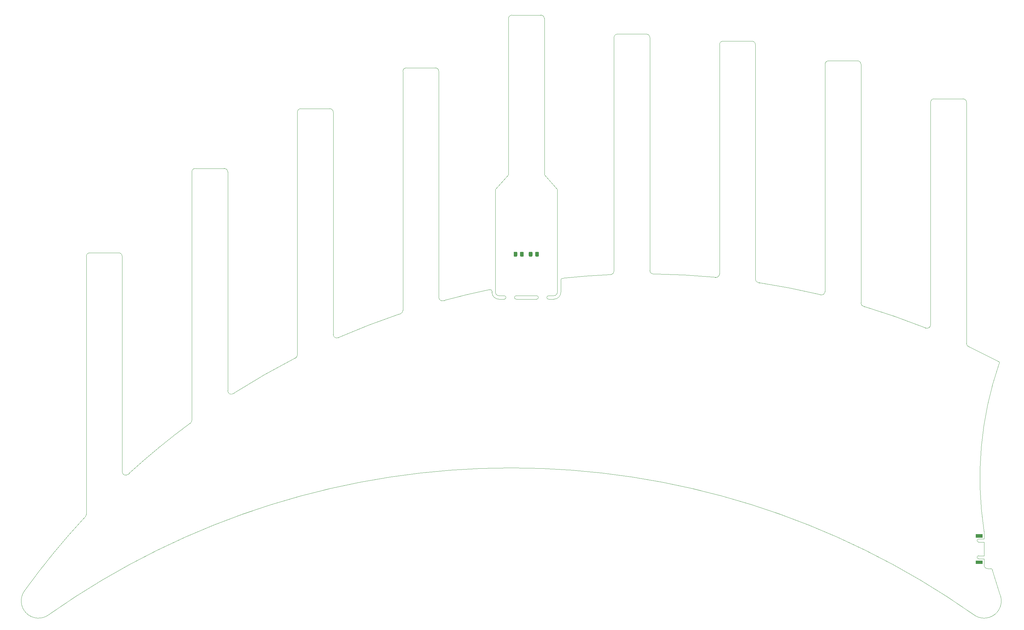
<source format=gbr>
%TF.GenerationSoftware,KiCad,Pcbnew,5.1.10-88a1d61d58~90~ubuntu20.04.1*%
%TF.CreationDate,2021-11-19T20:23:52-08:00*%
%TF.ProjectId,menorah555a,6d656e6f-7261-4683-9535-35612e6b6963,A*%
%TF.SameCoordinates,Original*%
%TF.FileFunction,Paste,Bot*%
%TF.FilePolarity,Positive*%
%FSLAX46Y46*%
G04 Gerber Fmt 4.6, Leading zero omitted, Abs format (unit mm)*
G04 Created by KiCad (PCBNEW 5.1.10-88a1d61d58~90~ubuntu20.04.1) date 2021-11-19 20:23:52*
%MOMM*%
%LPD*%
G01*
G04 APERTURE LIST*
%TA.AperFunction,Profile*%
%ADD10C,0.050000*%
%TD*%
%ADD11C,0.010000*%
G04 APERTURE END LIST*
D10*
X197600000Y-133200000D02*
X203400000Y-133200000D01*
X197600000Y-134200000D02*
X203400000Y-134200000D01*
X192700000Y-134200000D02*
X194200000Y-134200000D01*
X206800000Y-134200000D02*
X208300000Y-134200000D01*
X192700000Y-133200000D02*
X194200000Y-133200000D01*
X197600000Y-134200000D02*
G75*
G02*
X197600000Y-133200000I0J500000D01*
G01*
X203400000Y-133200000D02*
G75*
G02*
X203400000Y-134200000I0J-500000D01*
G01*
X206800000Y-134200000D02*
G75*
G02*
X206800000Y-133200000I0J500000D01*
G01*
X194200000Y-133200000D02*
G75*
G02*
X194200000Y-134200000I0J-500000D01*
G01*
X330600000Y-208000000D02*
X330600000Y-209800000D01*
X330600000Y-203250000D02*
X330600000Y-207149000D01*
X329030000Y-203249000D02*
G75*
G02*
X329030000Y-202399000I0J425000D01*
G01*
X329030000Y-203249000D02*
X330600000Y-203249000D01*
X329030000Y-202399000D02*
X330600000Y-202399000D01*
X329030000Y-207999000D02*
G75*
G02*
X329030000Y-207149000I0J425000D01*
G01*
X329030000Y-207149000D02*
X330600000Y-207149000D01*
X329030000Y-207999000D02*
X330600000Y-207999000D01*
X334473216Y-151784307D02*
X334841394Y-151986459D01*
X326209269Y-147680505D02*
X326340000Y-147740000D01*
X334473217Y-151784307D02*
G75*
G03*
X326340000Y-147740000I-100603217J-192115693D01*
G01*
X313693401Y-142252243D02*
X313977382Y-142376308D01*
X296341181Y-136225926D02*
X296540000Y-136280000D01*
X313693401Y-142252243D02*
G75*
G03*
X296540000Y-136280000I-79823401J-201647757D01*
G01*
X283817199Y-132845881D02*
X284141181Y-132935926D01*
X266392088Y-129478148D02*
X266730000Y-129520000D01*
X283817199Y-132845881D02*
G75*
G03*
X266730000Y-129520000I-49947199J-211054119D01*
G01*
X253945960Y-127939407D02*
X254312844Y-127986195D01*
X236634899Y-127029391D02*
X236940000Y-127030000D01*
X253945960Y-127939408D02*
G75*
G03*
X236940000Y-127030000I-20075960J-215960592D01*
G01*
X224310641Y-127212249D02*
X224573648Y-127204808D01*
X211100000Y-128200000D02*
X210713176Y-128247596D01*
X224310641Y-127212249D02*
G75*
G03*
X211100000Y-128200000I9559359J-216687751D01*
G01*
X210713176Y-128247596D02*
G75*
G03*
X210300000Y-128740000I86824J-492404D01*
G01*
X189818328Y-131513618D02*
X190070590Y-131457037D01*
X190070590Y-131457037D02*
G75*
G02*
X190700000Y-131940000I129410J-482963D01*
G01*
X177300000Y-134500000D02*
X176925568Y-134605519D01*
X189818328Y-131513619D02*
G75*
G03*
X177300000Y-134500000I44051672J-212386381D01*
G01*
X147100000Y-145100000D02*
X147022618Y-145136308D01*
X164658819Y-138335926D02*
X164398003Y-138414929D01*
X164398003Y-138414928D02*
G75*
G03*
X147100000Y-145100000I69471997J-205485072D01*
G01*
X117400000Y-160900000D02*
X117229320Y-161007146D01*
X134929919Y-150858048D02*
X134801847Y-150922131D01*
X134801848Y-150922131D02*
G75*
G03*
X117400000Y-160900000I99088152J-192977869D01*
G01*
X104841866Y-169519312D02*
X104929919Y-169458048D01*
X75069131Y-196113145D02*
X74841689Y-196355905D01*
X87600000Y-183700000D02*
X87294658Y-183979340D01*
X313977382Y-142376308D02*
G75*
G03*
X315400000Y-141470000I422618J906308D01*
G01*
X284141181Y-132935926D02*
G75*
G03*
X285400000Y-131970000I258819J965926D01*
G01*
X254312844Y-127986195D02*
G75*
G03*
X255400000Y-126990000I87156J996195D01*
G01*
X224573648Y-127204808D02*
G75*
G03*
X225400000Y-126220000I-173648J984808D01*
G01*
X164658819Y-138335926D02*
G75*
G03*
X165400000Y-137370000I-258819J965926D01*
G01*
X134929919Y-150858048D02*
G75*
G03*
X135400000Y-150010000I-529919J848048D01*
G01*
X326209269Y-147680505D02*
G75*
G02*
X325600000Y-146760000I390731J920505D01*
G01*
X296341181Y-136225926D02*
G75*
G02*
X295600000Y-135260000I258819J965926D01*
G01*
X266392088Y-129478148D02*
G75*
G02*
X265600000Y-128500000I207912J978148D01*
G01*
X236634899Y-127029391D02*
G75*
G02*
X235600000Y-126030000I-34899J999391D01*
G01*
X176925568Y-134605519D02*
G75*
G02*
X175600000Y-133660000I-325568J945519D01*
G01*
X147022618Y-145136308D02*
G75*
G02*
X145600000Y-144230000I-422618J906308D01*
G01*
X117229320Y-161007146D02*
G75*
G02*
X115600000Y-160230000I-629320J777146D01*
G01*
X104929919Y-169458048D02*
G75*
G03*
X105400000Y-168610000I-529919J848048D01*
G01*
X87294658Y-183979340D02*
G75*
G02*
X85600000Y-183260000I-694658J719340D01*
G01*
X75069131Y-196113145D02*
G75*
G03*
X75400000Y-195370000I-669131J743145D01*
G01*
X74841689Y-196355905D02*
G75*
G03*
X57824000Y-217136000I158968311J-147544095D01*
G01*
X210300000Y-132200000D02*
X210300000Y-128740000D01*
X190700000Y-132200000D02*
X190700000Y-131940000D01*
X210300000Y-132200000D02*
G75*
G02*
X208300000Y-134200000I-2000000J0D01*
G01*
X192700000Y-134200000D02*
G75*
G02*
X190700000Y-132200000I0J2000000D01*
G01*
X209300000Y-132200000D02*
G75*
G02*
X208300000Y-133200000I-1000000J0D01*
G01*
X192700000Y-133200000D02*
G75*
G02*
X191700000Y-132200000I0J1000000D01*
G01*
X330600000Y-209800000D02*
G75*
G03*
X331600000Y-210800000I1000000J0D01*
G01*
X332889778Y-211022354D02*
X332963500Y-211270827D01*
X332889778Y-211022354D02*
G75*
G03*
X332600000Y-210800000I-289778J-77646D01*
G01*
X331600000Y-210800000D02*
X332600000Y-210800000D01*
X332963500Y-211270827D02*
G75*
G03*
X335030000Y-217906000I96036500J26270827D01*
G01*
X334963541Y-152291394D02*
X334868155Y-152553185D01*
X330600000Y-202399000D02*
X330600000Y-200200000D01*
X334963541Y-152291394D02*
G75*
G03*
X334841394Y-151986459I-213541J91394D01*
G01*
X327511852Y-223813089D02*
X327603497Y-223876946D01*
X64764915Y-223901327D02*
X64850309Y-223837228D01*
X64764915Y-223901326D02*
G75*
G02*
X57824000Y-217136000I-2964915J3901326D01*
G01*
X327603497Y-223876946D02*
G75*
G03*
X335030000Y-217906000I2996503J3876946D01*
G01*
X334868155Y-152553185D02*
G75*
G03*
X330600000Y-200200000I94131845J-32446815D01*
G01*
X104841866Y-169519312D02*
G75*
G03*
X87600000Y-183700000I128968134J-174380688D01*
G01*
X327511852Y-223813090D02*
G75*
G03*
X64850000Y-223840000I-131311852J-186186910D01*
G01*
X285400000Y-67400000D02*
G75*
G02*
X286400000Y-66400000I1000000J0D01*
G01*
X325600000Y-78200000D02*
X325600000Y-146760000D01*
X235600000Y-59800000D02*
X235600000Y-126030000D01*
X234600000Y-58800000D02*
G75*
G02*
X235600000Y-59800000I0J-1000000D01*
G01*
X226400000Y-58800000D02*
X234600000Y-58800000D01*
X225400000Y-59800000D02*
G75*
G02*
X226400000Y-58800000I1000000J0D01*
G01*
X225400000Y-126220000D02*
X225400000Y-59800000D01*
X286400000Y-66400000D02*
X294600000Y-66400000D01*
X315400000Y-78200000D02*
G75*
G02*
X316400000Y-77200000I1000000J0D01*
G01*
X315400000Y-141470000D02*
X315400000Y-78200000D01*
X264600000Y-60800000D02*
G75*
G02*
X265600000Y-61800000I0J-1000000D01*
G01*
X316400000Y-77200000D02*
X324600000Y-77200000D01*
X265600000Y-61800000D02*
X265600000Y-128500000D01*
X295600000Y-67400000D02*
X295600000Y-135260000D01*
X324600000Y-77200000D02*
G75*
G02*
X325600000Y-78200000I0J-1000000D01*
G01*
X255400000Y-126990000D02*
X255400000Y-61800000D01*
X285400000Y-131970000D02*
X285400000Y-67400000D01*
X256400000Y-60800000D02*
X264600000Y-60800000D01*
X294600000Y-66400000D02*
G75*
G02*
X295600000Y-67400000I0J-1000000D01*
G01*
X255400000Y-61800000D02*
G75*
G02*
X256400000Y-60800000I1000000J0D01*
G01*
X165400000Y-69400000D02*
G75*
G02*
X166400000Y-68400000I1000000J0D01*
G01*
X166400000Y-68400000D02*
X174600000Y-68400000D01*
X175600000Y-69400000D02*
X175600000Y-133660000D01*
X165400000Y-137370000D02*
X165400000Y-69400000D01*
X174600000Y-68400000D02*
G75*
G02*
X175600000Y-69400000I0J-1000000D01*
G01*
X145600000Y-81000000D02*
X145600000Y-144230000D01*
X144600000Y-80000000D02*
G75*
G02*
X145600000Y-81000000I0J-1000000D01*
G01*
X136400000Y-80000000D02*
X144600000Y-80000000D01*
X135400000Y-81000000D02*
G75*
G02*
X136400000Y-80000000I1000000J0D01*
G01*
X135400000Y-150010000D02*
X135400000Y-81000000D01*
X115600000Y-98000000D02*
X115600000Y-160230000D01*
X114600000Y-97000000D02*
G75*
G02*
X115600000Y-98000000I0J-1000000D01*
G01*
X106400000Y-97000000D02*
X114600000Y-97000000D01*
X105400000Y-98000000D02*
G75*
G02*
X106400000Y-97000000I1000000J0D01*
G01*
X105400000Y-168610000D02*
X105400000Y-98000000D01*
X205600000Y-98800000D02*
X209300000Y-103000000D01*
X205600000Y-54400000D02*
X205600000Y-98800000D01*
X195400000Y-98800000D02*
X191700000Y-103000000D01*
X195400000Y-54400000D02*
X195400000Y-98800000D01*
X204600000Y-53400000D02*
G75*
G02*
X205600000Y-54400000I0J-1000000D01*
G01*
X196400000Y-53400000D02*
X204600000Y-53400000D01*
X195400000Y-54400000D02*
G75*
G02*
X196400000Y-53400000I1000000J0D01*
G01*
X209300000Y-103000000D02*
X209300000Y-132200000D01*
X206800000Y-133200000D02*
X208300000Y-133200000D01*
X191700000Y-103000000D02*
X191700000Y-132200000D01*
X84600000Y-121000000D02*
G75*
G02*
X85600000Y-122000000I0J-1000000D01*
G01*
X75400000Y-122000000D02*
G75*
G02*
X76400000Y-121000000I1000000J0D01*
G01*
X75400000Y-195370000D02*
X75400000Y-122000000D01*
X85600000Y-122000000D02*
X85600000Y-183260000D01*
X76400000Y-121000000D02*
X84600000Y-121000000D01*
D11*
%TO.C,J1*%
G36*
X328200000Y-201894790D02*
G01*
X328200000Y-201025000D01*
X330101501Y-201025000D01*
X330101501Y-201894790D01*
X328200000Y-201894790D01*
G37*
X328200000Y-201894790D02*
X328200000Y-201025000D01*
X330101501Y-201025000D01*
X330101501Y-201894790D01*
X328200000Y-201894790D01*
G36*
X328200000Y-209383230D02*
G01*
X328200000Y-208500000D01*
X330101872Y-208500000D01*
X330101872Y-209383230D01*
X328200000Y-209383230D01*
G37*
X328200000Y-209383230D02*
X328200000Y-208500000D01*
X330101872Y-208500000D01*
X330101872Y-209383230D01*
X328200000Y-209383230D01*
%TD*%
%TO.C,R30*%
G36*
G01*
X202212500Y-120949998D02*
X202212500Y-121850002D01*
G75*
G02*
X201962502Y-122100000I-249998J0D01*
G01*
X201437498Y-122100000D01*
G75*
G02*
X201187500Y-121850002I0J249998D01*
G01*
X201187500Y-120949998D01*
G75*
G02*
X201437498Y-120700000I249998J0D01*
G01*
X201962502Y-120700000D01*
G75*
G02*
X202212500Y-120949998I0J-249998D01*
G01*
G37*
G36*
G01*
X204037500Y-120949998D02*
X204037500Y-121850002D01*
G75*
G02*
X203787502Y-122100000I-249998J0D01*
G01*
X203262498Y-122100000D01*
G75*
G02*
X203012500Y-121850002I0J249998D01*
G01*
X203012500Y-120949998D01*
G75*
G02*
X203262498Y-120700000I249998J0D01*
G01*
X203787502Y-120700000D01*
G75*
G02*
X204037500Y-120949998I0J-249998D01*
G01*
G37*
%TD*%
%TO.C,R31*%
G36*
G01*
X198700000Y-121850002D02*
X198700000Y-120949998D01*
G75*
G02*
X198949998Y-120700000I249998J0D01*
G01*
X199475002Y-120700000D01*
G75*
G02*
X199725000Y-120949998I0J-249998D01*
G01*
X199725000Y-121850002D01*
G75*
G02*
X199475002Y-122100000I-249998J0D01*
G01*
X198949998Y-122100000D01*
G75*
G02*
X198700000Y-121850002I0J249998D01*
G01*
G37*
G36*
G01*
X196875000Y-121850002D02*
X196875000Y-120949998D01*
G75*
G02*
X197124998Y-120700000I249998J0D01*
G01*
X197650002Y-120700000D01*
G75*
G02*
X197900000Y-120949998I0J-249998D01*
G01*
X197900000Y-121850002D01*
G75*
G02*
X197650002Y-122100000I-249998J0D01*
G01*
X197124998Y-122100000D01*
G75*
G02*
X196875000Y-121850002I0J249998D01*
G01*
G37*
%TD*%
M02*

</source>
